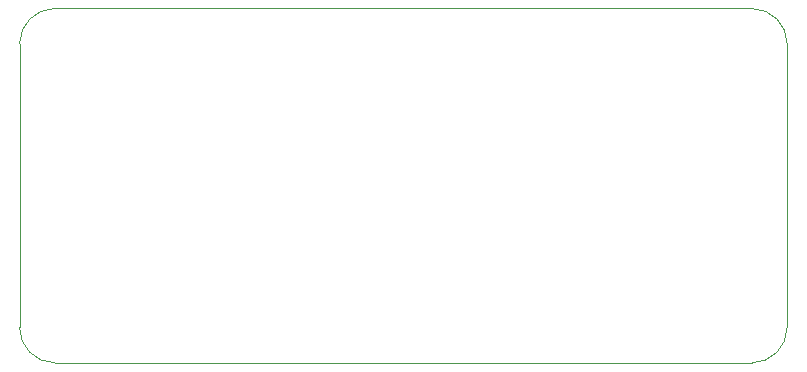
<source format=gbr>
%TF.GenerationSoftware,KiCad,Pcbnew,7.0.6*%
%TF.CreationDate,2023-09-18T21:36:18+08:00*%
%TF.ProjectId,UPS_Lite_Pi_Zero_Form,5550535f-4c69-4746-955f-50695f5a6572,rev?*%
%TF.SameCoordinates,Original*%
%TF.FileFunction,Profile,NP*%
%FSLAX46Y46*%
G04 Gerber Fmt 4.6, Leading zero omitted, Abs format (unit mm)*
G04 Created by KiCad (PCBNEW 7.0.6) date 2023-09-18 21:36:18*
%MOMM*%
%LPD*%
G01*
G04 APERTURE LIST*
%TA.AperFunction,Profile*%
%ADD10C,0.050000*%
%TD*%
G04 APERTURE END LIST*
D10*
%TO.C,REF\u002A\u002A*%
X83440000Y-112100000D02*
X83440000Y-88100000D01*
X86440000Y-85100000D02*
X141490000Y-85100000D01*
X141490000Y-85100000D02*
X145440000Y-85100000D01*
X145440000Y-115100000D02*
X86440000Y-115100000D01*
X148440000Y-88100000D02*
X148440000Y-105770000D01*
X148440000Y-105770000D02*
X148440000Y-112100000D01*
X86440000Y-85100000D02*
G75*
G03*
X83440000Y-88100000I1J-3000001D01*
G01*
X83440000Y-112100000D02*
G75*
G03*
X86440000Y-115100000I3000001J1D01*
G01*
X148440010Y-88100000D02*
G75*
G03*
X145440000Y-85100000I-3000000J0D01*
G01*
X145440000Y-115099990D02*
G75*
G03*
X148440000Y-112100000I10J2999990D01*
G01*
%TD*%
M02*

</source>
